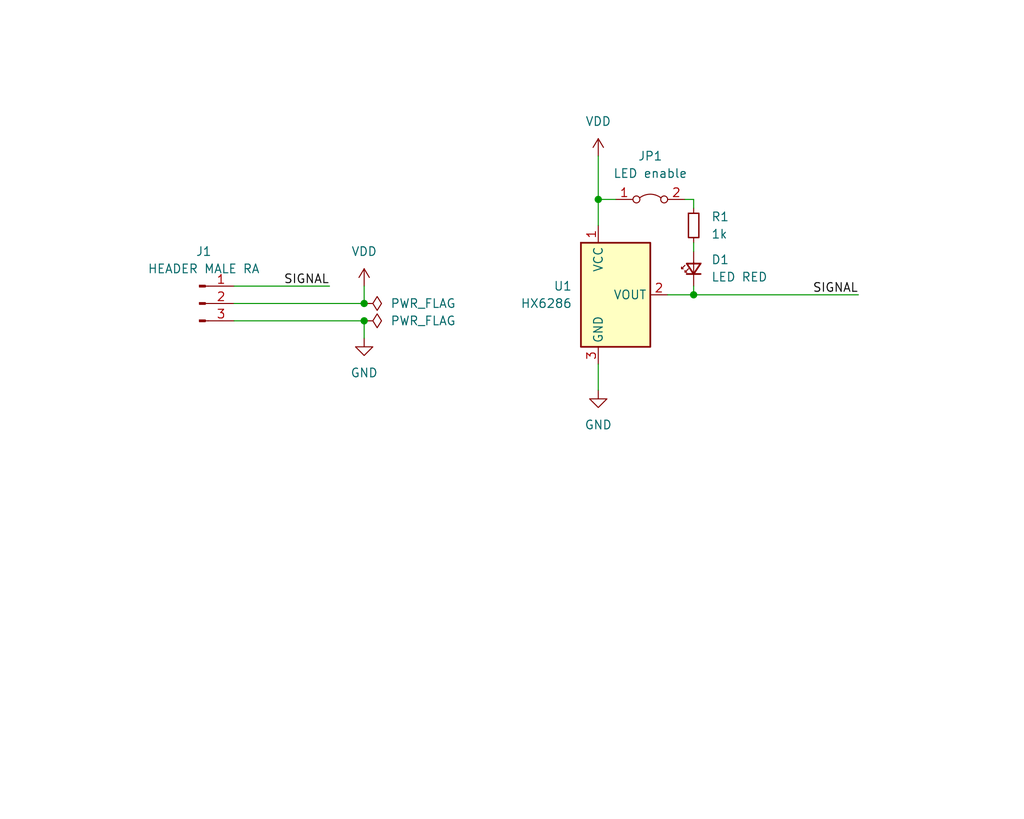
<source format=kicad_sch>
(kicad_sch (version 20211123) (generator eeschema)
  (paper "User" 150.012 119.99)
  (title_block (title "splitflap sensor smd"))
  (lib_symbols
    (symbol "Connector:Conn_01x03_Male" (pin_names (offset 1.016) hide)
      (property "Reference" "J" (at 0 5.08 0))
      (property "Value" "Conn_01x03_Male" (at 0 -5.08 0))
      (symbol "Conn_01x03_Male_1_1"
        (polyline (pts (xy 1.27 -2.54) (xy 0.8636 -2.54)) (stroke (width 0.1524)))
        (polyline (pts (xy 1.27 0) (xy 0.8636 0)) (stroke (width 0.1524)))
        (polyline (pts (xy 1.27 2.54) (xy 0.8636 2.54)) (stroke (width 0.1524)))
        (rectangle (start 0.8636 -2.413) (end 0 -2.667) (stroke (width 0.1524)) (fill (type outline)))
        (rectangle (start 0.8636 0.127) (end 0 -0.127) (stroke (width 0.1524)) (fill (type outline)))
        (rectangle (start 0.8636 2.667) (end 0 2.413) (stroke (width 0.1524)) (fill (type outline)))
        (pin passive line (at 5.08 2.54 180) (length 3.81) (name "Pin_1") (number "1"))
        (pin passive line (at 5.08 0 180) (length 3.81) (name "Pin_2") (number "2"))
        (pin passive line (at 5.08 -2.54 180) (length 3.81) (name "Pin_3") (number "3"))
      )
    )
    (symbol "Device:LED_Small" (pin_numbers hide) (pin_names (offset 0.254) hide)
      (property "Reference" "D" (at -1.27 3.175 0))
      (property "Value" "LED_Small" (at -4.445 -2.54 0))
      (symbol "LED_Small_0_1"
        (polyline (pts (xy -0.762 -1.016) (xy -0.762 1.016)) (stroke (width 0.254)))
        (polyline (pts (xy 1.016 0) (xy -0.762 0)))
        (polyline (pts (xy 0.762 -1.016) (xy -0.762 0) (xy 0.762 1.016) (xy 0.762 -1.016)) (stroke (width 0.254)))
        (polyline (pts (xy 0 0.762) (xy -0.508 1.27) (xy -0.254 1.27) (xy -0.508 1.27) (xy -0.508 1.016)))
        (polyline (pts (xy 0.508 1.27) (xy 0 1.778) (xy 0.254 1.778) (xy 0 1.778) (xy 0 1.524)))
      )
      (symbol "LED_Small_1_1"
        (pin passive line (at -2.54 0 0) (length 1.778) (name "K") (number "1"))
        (pin passive line (at 2.54 0 180) (length 1.778) (name "A") (number "2"))
      )
    )
    (symbol "Device:R_Small" (pin_numbers hide) (pin_names (offset 0.254) hide)
      (property "Reference" "R" (at 0.762 0.508 0))
      (property "Value" "R_Small" (at 0.762 -1.016 0))
      (symbol "R_Small_0_1"
        (rectangle (start -0.762 1.778) (end 0.762 -1.778) (stroke (width 0.2032)))
      )
      (symbol "R_Small_1_1"
        (pin passive line (at 0 2.54 270) (length 0.762) (name "~") (number "1"))
        (pin passive line (at 0 -2.54 90) (length 0.762) (name "~") (number "2"))
      )
    )
    (symbol "Jumper:Jumper_2_Bridged" (pin_names (offset 0) hide)
      (property "Reference" "JP" (at 0 1.905 0))
      (property "Value" "Jumper_2_Bridged" (at 0 -2.54 0))
      (symbol "Jumper_2_Bridged_0_0"
        (circle (center -2.032 0) (radius 0.508))
        (circle (center 2.032 0) (radius 0.508))
      )
      (symbol "Jumper_2_Bridged_0_1"
        (arc (start 1.524 0.254) (mid 0 0.762) (end -1.524 0.254))
      )
      (symbol "Jumper_2_Bridged_1_1"
        (pin passive line (at -5.08 0 0) (length 2.54) (name "A") (number "1"))
        (pin passive line (at 5.08 0 180) (length 2.54) (name "B") (number "2"))
      )
    )
    (symbol "Mechanical:MountingHole" (pin_names (offset 1.016))
      (property "Reference" "H" (at 0 5.08 0))
      (property "Value" "MountingHole" (at 0 3.175 0))
      (symbol "MountingHole_0_1"
        (circle (center 0 0) (radius 1.27) (stroke (width 1.27)))
      )
    )
    (symbol "Sensor_Magnetic:A1101ELHL"
      (property "Reference" "U" (at 0 11.43 0))
      (property "Value" "A1101ELHL" (at 0 8.89 0))
      (symbol "A1101ELHL_0_1"
        (rectangle (start -5.08 7.62) (end 5.08 -7.62) (stroke (width 0.254)) (fill (type background)))
      )
      (symbol "A1101ELHL_1_1"
        (pin power_in line (at -2.54 10.16 270) (length 2.54) (name "VCC") (number "1"))
        (pin open_collector line (at 7.62 0 180) (length 2.54) (name "VOUT") (number "2"))
        (pin power_in line (at -2.54 -10.16 90) (length 2.54) (name "GND") (number "3"))
      )
    )
    (symbol "power:GND" (power) (pin_names (offset 0))
      (property "Value" "GND" (at 0 -3.81 0))
      (symbol "GND_0_1"
        (polyline (pts (xy 0 0) (xy 0 -1.27) (xy 1.27 -1.27) (xy 0 -2.54) (xy -1.27 -1.27) (xy 0 -1.27)))
      )
      (symbol "GND_1_1"
        (pin power_in line (at 0 0 270) (length 0) hide (name "GND") (number "1"))
      )
    )
    (symbol "power:PWR_FLAG" (power) (pin_numbers hide) (pin_names (offset 0) hide)
      (property "Value" "PWR_FLAG" (at 0 3.81 0))
      (symbol "PWR_FLAG_0_0"
        (pin power_out line (at 0 0 90) (length 0) (name "pwr") (number "1"))
      )
      (symbol "PWR_FLAG_0_1"
        (polyline (pts (xy 0 0) (xy 0 1.27) (xy -1.016 1.905) (xy 0 2.54) (xy 1.016 1.905) (xy 0 1.27)))
      )
    )
    (symbol "power:VDD" (power) (pin_names (offset 0))
      (property "Value" "VDD" (at 0 3.81 0))
      (symbol "VDD_0_1"
        (polyline (pts (xy -0.762 1.27) (xy 0 2.54)))
        (polyline (pts (xy 0 0) (xy 0 2.54)))
        (polyline (pts (xy 0 2.54) (xy 0.762 1.27)))
      )
      (symbol "VDD_1_1"
        (pin power_in line (at 0 0 90) (length 0) hide (name "VDD") (number "1"))
      )
    )
  )
  (junction (at 101.6 43.18))
  (junction (at 53.34 44.45))
  (junction (at 53.34 46.99))
  (junction (at 87.63 29.21))
  (wire (pts (xy 87.63 22.86) (xy 87.63 29.21)))
  (wire (pts (xy 87.63 29.21) (xy 87.63 33.02)))
  (wire (pts (xy 53.34 44.45) (xy 53.34 41.91)))
  (wire (pts (xy 87.63 29.21) (xy 90.17 29.21)))
  (wire (pts (xy 34.29 41.91) (xy 48.26 41.91)))
  (wire (pts (xy 101.6 29.21) (xy 101.6 30.48)))
  (wire (pts (xy 101.6 41.91) (xy 101.6 43.18)))
  (wire (pts (xy 34.29 46.99) (xy 53.34 46.99)))
  (wire (pts (xy 53.34 46.99) (xy 53.34 49.53)))
  (wire (pts (xy 34.29 44.45) (xy 53.34 44.45)))
  (wire (pts (xy 87.63 53.34) (xy 87.63 57.15)))
  (wire (pts (xy 101.6 43.18) (xy 125.73 43.18)))
  (wire (pts (xy 100.33 29.21) (xy 101.6 29.21)))
  (wire (pts (xy 97.79 43.18) (xy 101.6 43.18)))
  (wire (pts (xy 101.6 35.56) (xy 101.6 36.83)))
  (label "SIGNAL" (at 48.26 41.91 180))
  (label "SIGNAL" (at 125.73 43.18 180))
  (symbol (lib_id "Jumper:Jumper_2_Bridged") (at 95.25 29.21 0) (unit 1) (in_bom no)
    (property "Reference" "JP1" (at 95.25 22.86 0))
    (property "Value" "LED enable" (at 95.25 25.4 0))
    (property "Footprint" "sensor_smd_lib:SolderJumper-2_P1.3mm_Bridged_Pad1.0x1.5mm" (effects hide))
  )
  (symbol (lib_id "power:VDD") (at 87.63 22.86 0) (unit 1)
    (property "Reference" "#PWR0104" (effects hide))
    (property "Value" "VDD" (at 87.63 17.78 0))
  )
  (symbol (lib_id "power:GND") (at 53.34 49.53 0) (unit 1)
    (property "Reference" "#PWR0101" (effects hide))
    (property "Value" "GND" (at 53.34 54.61 0))
  )
  (symbol (lib_id "Sensor_Magnetic:A1101ELHL") (at 90.17 43.18 0) (unit 1)
    (property "Reference" "U1" (at 83.82 41.9099 0) (effects (justify right)))
    (property "Value" "HX6286" (at 83.82 44.4499 0) (effects (justify right)))
    (property "Footprint" "Package_TO_SOT_SMD:SOT-23W" (effects hide))
    (property "LCSC" "C495736" (effects hide))
    (property "JLCPCB_CORRECTION" "0; 0; 180" (effects hide))
  )
  (symbol (lib_id "power:GND") (at 87.63 57.15 0) (unit 1)
    (property "Reference" "#PWR0103" (effects hide))
    (property "Value" "GND" (at 87.63 62.23 0))
  )
  (symbol (lib_id "Mechanical:MountingHole") (at 156.21 33.02 0) (unit 1) (in_bom no)
    (property "Reference" "H1" (at 158.75 31.7499 0) (effects (justify left)))
    (property "Value" "MountingHole" (at 158.75 34.2899 0) (effects (justify left)))
    (property "Footprint" "MountingHole:MountingHole_4.3mm_M4_ISO7380" (effects hide))
  )
  (symbol (lib_id "power:PWR_FLAG") (at 53.34 44.45 270) (unit 1)
    (property "Reference" "#FLG01" (effects hide))
    (property "Value" "PWR_FLAG" (at 57.15 44.4499 90) (effects (justify left)))
  )
  (symbol (lib_id "Mechanical:MountingHole") (at 156.21 39.37 0) (unit 1) (in_bom no)
    (property "Reference" "H2" (at 158.75 38.0999 0) (effects (justify left)))
    (property "Value" "MountingHole" (at 158.75 40.6399 0) (effects (justify left)))
    (property "Footprint" "sensor_smd_lib:hole_9.4" (effects hide))
  )
  (symbol (lib_id "Connector:Conn_01x03_Male") (at 29.21 44.45 0) (unit 1) (in_bom no)
    (property "Reference" "J1" (at 29.845 36.83 0))
    (property "Value" "HEADER MALE RA" (at 29.845 39.37 0))
    (property "Footprint" "sensor_smd_lib:header_3_smd" (effects hide))
  )
  (symbol (lib_id "power:PWR_FLAG") (at 53.34 46.99 270) (unit 1)
    (property "Reference" "#FLG02" (effects hide))
    (property "Value" "PWR_FLAG" (at 57.15 46.9899 90) (effects (justify left)))
  )
  (symbol (lib_id "Device:LED_Small") (at 101.6 39.37 90) (unit 1)
    (property "Reference" "D1" (at 104.14 38.0364 90) (effects (justify right)))
    (property "Value" "LED RED" (at 104.14 40.5764 90) (effects (justify right)))
    (property "Footprint" "LED_SMD:LED_0603_1608Metric" (effects hide))
    (property "LCSC" "C2286" (effects hide))
  )
  (symbol (lib_id "power:VDD") (at 53.34 41.91 0) (unit 1)
    (property "Reference" "#PWR0102" (effects hide))
    (property "Value" "VDD" (at 53.34 36.83 0))
  )
  (symbol (lib_id "Device:R_Small") (at 101.6 33.02 180) (unit 1)
    (property "Reference" "R1" (at 104.14 31.7499 0) (effects (justify right)))
    (property "Value" "1k" (at 104.14 34.2899 0) (effects (justify right)))
    (property "Footprint" "Resistor_SMD:R_0603_1608Metric" (effects hide))
    (property "LCSC" "C21190" (effects hide))
  )
)
</source>
